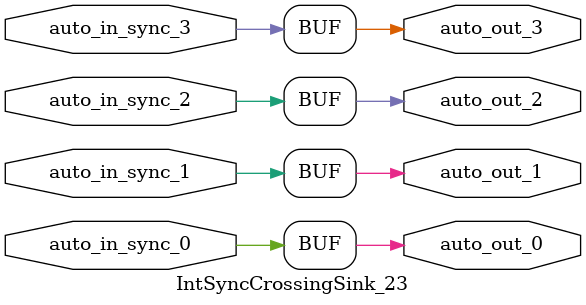
<source format=v>
module IntSyncCrossingSink_23( 
  input   auto_in_sync_0, 
  input   auto_in_sync_1, 
  input   auto_in_sync_2, 
  input   auto_in_sync_3, 
  output  auto_out_0, 
  output  auto_out_1, 
  output  auto_out_2, 
  output  auto_out_3 
);
  assign auto_out_0 = auto_in_sync_0; 
  assign auto_out_1 = auto_in_sync_1; 
  assign auto_out_2 = auto_in_sync_2; 
  assign auto_out_3 = auto_in_sync_3; 
endmodule

</source>
